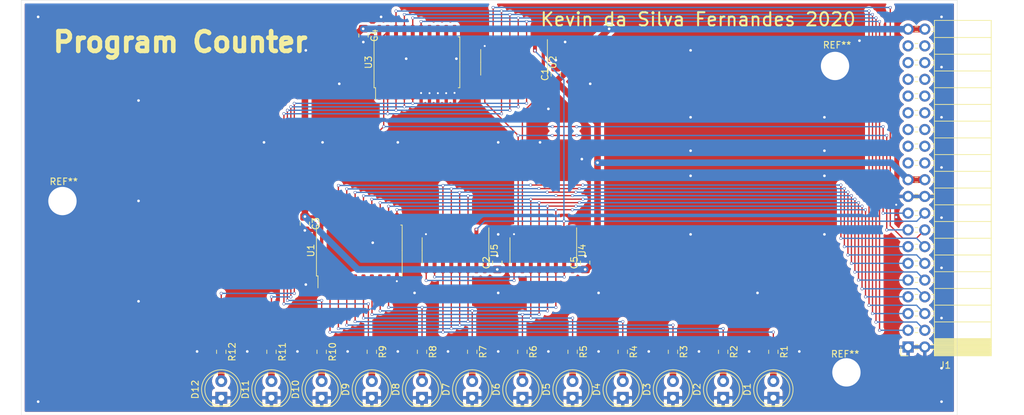
<source format=kicad_pcb>
(kicad_pcb (version 20201220) (generator pcbnew)
  (layers (0 "F.Cu" signal) (31 "B.Cu" signal) (34 "B.Paste" user) (35 "F.Paste" user) (36 "B.SilkS" user "B.Silkscreen") (37 "F.SilkS" user "F.Silkscreen") (38 "B.Mask" user) (39 "F.Mask" user) (44 "Edge.Cuts" user))
  (net 0 "")
  (net 1 "GND")
  (net 2 "+5V")
  (net 3 "Net-(D1-Pad2)")
  (net 4 "Net-(D2-Pad2)")
  (net 5 "Net-(D3-Pad2)")
  (net 6 "Net-(D4-Pad2)")
  (net 7 "Net-(D5-Pad2)")
  (net 8 "Net-(D6-Pad2)")
  (net 9 "Net-(D7-Pad2)")
  (net 10 "Net-(D8-Pad2)")
  (net 11 "Net-(D9-Pad2)")
  (net 12 "Net-(D10-Pad2)")
  (net 13 "Net-(D11-Pad2)")
  (net 14 "Net-(D12-Pad2)")
  (net 15 "CLK")
  (net 16 "~PO")
  (net 17 "CE")
  (net 18 "~J")
  (net 19 "/ADDR11")
  (net 20 "/ADDR10")
  (net 21 "/ADDR9")
  (net 22 "/ADDR8")
  (net 23 "/ADDR7")
  (net 24 "/ADDR6")
  (net 25 "/ADDR5")
  (net 26 "/ADDR4")
  (net 27 "/ADDR3")
  (net 28 "/ADDR2")
  (net 29 "/ADDR1")
  (net 30 "/ADDR0")
  (net 31 "/PC11")
  (net 32 "/PC10")
  (net 33 "/PC9")
  (net 34 "/PC8")
  (net 35 "/PC7")
  (net 36 "/PC6")
  (net 37 "/PC5")
  (net 38 "/PC4")
  (net 39 "/PC3")
  (net 40 "/PC2")
  (net 41 "/PC1")
  (net 42 "/PC0")
  (net 43 "Net-(U2-Pad15)")
  (net 44 "Net-(U4-Pad15)")
  (footprint "LED_THT:LED_D5.0mm" (layer "F.Cu") (at 83.685 60.375 90)
    (fp_text reference "D5")
    (fp_text value "LED")
  )
  (footprint "Resistor_SMD:R_0805_2012Metric_Pad1.15x1.40mm_HandSolder" (layer "F.Cu") (at 106.545 53.39 -90)
    (fp_text reference "R2")
    (fp_text value "R")
  )
  (footprint "Resistor_SMD:R_0805_2012Metric_Pad1.15x1.40mm_HandSolder" (layer "F.Cu") (at 76.065 53.39 -90)
    (fp_text reference "R6")
    (fp_text value "R")
  )
  (footprint "Package_SO:SOIC-20W_7.5x12.8mm_P1.27mm" (layer "F.Cu") (at 51.3 38.01 90)
    (fp_text reference "U1")
    (fp_text value "74LS245")
  )
  (footprint "Capacitor_SMD:C_0805_2012Metric_Pad1.15x1.40mm_HandSolder" (layer "F.Cu") (at 81.145 11.285 90)
    (fp_text reference "C1")
    (fp_text value "C")
  )
  (footprint "MountingHole:MountingHole_4.3mm_M4" (layer "F.Cu") (at 6.23 30.5)
    (fp_text reference "REF**")
    (fp_text value "MountingHole_4.3mm_M4")
  )
  (footprint "Resistor_SMD:R_0805_2012Metric_Pad1.15x1.40mm_HandSolder" (layer "F.Cu") (at 68.445 53.39 -90)
    (fp_text reference "R7")
    (fp_text value "R")
  )
  (footprint "LED_THT:LED_D5.0mm" (layer "F.Cu") (at 45.585 60.375 90)
    (fp_text reference "D10")
    (fp_text value "LED")
  )
  (footprint "Resistor_SMD:R_0805_2012Metric_Pad1.15x1.40mm_HandSolder" (layer "F.Cu") (at 45.585 53.39 -90)
    (fp_text reference "R10")
    (fp_text value "R")
  )
  (footprint "LED_THT:LED_D5.0mm" (layer "F.Cu") (at 30.345 60.375 90)
    (fp_text reference "D12")
    (fp_text value "LED")
  )
  (footprint "MountingHole:MountingHole_4.3mm_M4" (layer "F.Cu") (at 123.53 9.99)
    (fp_text reference "REF**")
    (fp_text value "MountingHole_4.3mm_M4")
  )
  (footprint "LED_THT:LED_D5.0mm" (layer "F.Cu") (at 114.165 60.375 90)
    (fp_text reference "D1")
    (fp_text value "LED")
  )
  (footprint "LED_THT:LED_D5.0mm" (layer "F.Cu") (at 60.825 60.375 90)
    (fp_text reference "D8")
    (fp_text value "LED")
  )
  (footprint "Capacitor_SMD:C_0805_2012Metric_Pad1.15x1.40mm_HandSolder" (layer "F.Cu") (at 72.255 39.86 90)
    (fp_text reference "C2")
    (fp_text value "C")
  )
  (footprint "Capacitor_SMD:C_0805_2012Metric_Pad1.15x1.40mm_HandSolder" (layer "F.Cu") (at 85.59 39.86 90)
    (fp_text reference "C5")
    (fp_text value "C")
  )
  (footprint "LED_THT:LED_D5.0mm" (layer "F.Cu") (at 98.925 60.375 90)
    (fp_text reference "D3")
    (fp_text value "LED")
  )
  (footprint "LED_THT:LED_D5.0mm" (layer "F.Cu") (at 91.305 60.375 90)
    (fp_text reference "D4")
    (fp_text value "LED")
  )
  (footprint "LED_THT:LED_D5.0mm" (layer "F.Cu") (at 106.545 60.375 90)
    (fp_text reference "D2")
    (fp_text value "LED")
  )
  (footprint "LED_THT:LED_D5.0mm" (layer "F.Cu") (at 53.205 60.375 90)
    (fp_text reference "D9")
    (fp_text value "LED")
  )
  (footprint "Resistor_SMD:R_0805_2012Metric_Pad1.15x1.40mm_HandSolder" (layer "F.Cu") (at 30.345 53.39 -90)
    (fp_text reference "R12")
    (fp_text value "R")
  )
  (footprint "Package_SO:SOIC-20W_7.5x12.8mm_P1.27mm" (layer "F.Cu") (at 60.05 9.435 90)
    (fp_text reference "U3")
    (fp_text value "74LS245")
  )
  (footprint "Package_SO:SOIC-16_3.9x9.9mm_P1.27mm" (layer "F.Cu") (at 79.24 38.01 -90)
    (fp_text reference "U4")
    (fp_text value "74LS161")
  )
  (footprint "Resistor_SMD:R_0805_2012Metric_Pad1.15x1.40mm_HandSolder" (layer "F.Cu") (at 37.965 53.39 -90)
    (fp_text reference "R11")
    (fp_text value "R")
  )
  (footprint "Resistor_SMD:R_0805_2012Metric_Pad1.15x1.40mm_HandSolder" (layer "F.Cu") (at 91.305 53.39 -90)
    (fp_text reference "R4")
    (fp_text value "R")
  )
  (footprint "Connector_PinSocket_2.54mm:PinSocket_2x20_P2.54mm_Horizontal" (layer "F.Cu") (at 134.62 52.66 180)
    (fp_text reference "J1")
    (fp_text value "Conn_02x20_Counter_Clockwise")
  )
  (footprint "Capacitor_SMD:C_0805_2012Metric_Pad1.15x1.40mm_HandSolder" (layer "F.Cu") (at 43.045 33.93 -90)
    (fp_text reference "C3")
    (fp_text value "C")
  )
  (footprint "Package_SO:SOIC-16_3.9x9.9mm_P1.27mm" (layer "F.Cu") (at 74.795 9.435 -90)
    (fp_text reference "U2")
    (fp_text value "74LS161")
  )
  (footprint "LED_THT:LED_D5.0mm" (layer "F.Cu") (at 68.445 60.375 90)
    (fp_text reference "D7")
    (fp_text value "LED")
  )
  (footprint "LED_THT:LED_D5.0mm" (layer "F.Cu") (at 76.065 60.375 90)
    (fp_text reference "D6")
    (fp_text value "LED")
  )
  (footprint "Resistor_SMD:R_0805_2012Metric_Pad1.15x1.40mm_HandSolder" (layer "F.Cu") (at 60.825 53.39 -90)
    (fp_text reference "R8")
    (fp_text value "R")
  )
  (footprint "LED_THT:LED_D5.0mm" (layer "F.Cu") (at 37.965 60.375 90)
    (fp_text reference "D11")
    (fp_text value "LED")
  )
  (footprint "Resistor_SMD:R_0805_2012Metric_Pad1.15x1.40mm_HandSolder" (layer "F.Cu") (at 98.925 53.39 -90)
    (fp_text reference "R3")
    (fp_text value "R")
  )
  (footprint "Resistor_SMD:R_0805_2012Metric_Pad1.15x1.40mm_HandSolder" (layer "F.Cu") (at 114.165 53.39 -90)
    (fp_text reference "R1")
    (fp_text value "R")
  )
  (footprint "Resistor_SMD:R_0805_2012Metric_Pad1.15x1.40mm_HandSolder" (layer "F.Cu") (at 53.205 53.39 -90)
    (fp_text reference "R9")
    (fp_text value "R")
  )
  (footprint "Package_SO:SOIC-16_3.9x9.9mm_P1.27mm" (layer "F.Cu") (at 65.905 38.01 -90)
    (fp_text reference "U5")
    (fp_text value "74LS161")
  )
  (footprint "Resistor_SMD:R_0805_2012Metric_Pad1.15x1.40mm_HandSolder" (layer "F.Cu") (at 83.685 53.39 -90)
    (fp_text reference "R5")
    (fp_text value "R")
  )
  (footprint "Capacitor_SMD:C_0805_2012Metric_Pad1.15x1.40mm_HandSolder" (layer "F.Cu") (at 51.935 5.355 -90)
    (fp_text reference "C4")
    (fp_text value "C")
  )
  (footprint "MountingHole:MountingHole_4.3mm_M4" (layer "F.Cu") (at 125.26 56.51)
    (fp_text reference "REF**")
    (fp_text value "MountingHole_4.3mm_M4")
  )
  (gr_line (start 142.08 63) (end 0 63) (layer "Edge.Cuts") (width 0.05))
  (gr_line (start 0 0) (end 142.08 0) (layer "Edge.Cuts") (width 0.05))
  (gr_line (start 0 0) (end 0 63) (layer "Edge.Cuts") (width 0.05))
  (gr_line (start 142.08 0) (end 142.08 63) (layer "Edge.Cuts") (width 0.05))
  (gr_text "Program Counter" (at 24.13 6.35) (layer "F.SilkS") (effects (font (size 3 3) (thickness 0.7))))
  (gr_text "Kevin da Silva Fernandes 2020" (at 102.743 2.921) (layer "F.SilkS") (effects (font (size 2 2) (thickness 0.3))))
  (segment (start 132.82 31.06) (end 132.82 32.93) (width 0.5) (layer "F.Cu") (net 1))
  (segment (start 81.145 10.26) (end 81.145 9.115) (width 1) (layer "F.Cu") (net 1))
  (via (at 139.7 25.4) (size 0.8) (drill 0.4) (layers "F.Cu" "B.Cu") (net 1))
  (via (at 102.87 53.34) (size 0.8) (drill 0.4) (layers "F.Cu" "B.Cu") (net 1))
  (via (at 101.6 17.78) (size 0.8) (drill 0.4) (layers "F.Cu" "B.Cu") (net 1))
  (via (at 63.23 14.12) (size 0.45) (drill 0.3) (layers "F.Cu" "B.Cu") (net 1))
  (via (at 139.7 60.96) (size 0.8) (drill 0.4) (layers "F.Cu" "B.Cu") (net 1))
  (via (at 41.91 53.34) (size 0.8) (drill 0.4) (layers "F.Cu" "B.Cu") (net 1))
  (via (at 17.78 45.72) (size 0.8) (drill 0.4) (layers "F.Cu" "B.Cu") (net 1))
  (via (at 95.25 53.34) (size 0.8) (drill 0.4) (layers "F.Cu" "B.Cu") (net 1))
  (via (at 49.53 53.34) (size 0.8) (drill 0.4) (layers "F.Cu" "B.Cu") (net 1))
  (via (at 2.54 2.54) (size 0.8) (drill 0.4) (layers "F.Cu" "B.Cu") (net 1))
  (via (at 121.92 22.86) (size 0.8) (drill 0.4) (layers "F.Cu" "B.Cu") (net 1))
  (via (at 48.26 12.7) (size 0.8) (drill 0.4) (layers "F.Cu" "B.Cu") (net 1))
  (via (at 43.03 34.96) (size 0.8) (drill 0.4) (layers "F.Cu" "B.Cu") (net 1))
  (via (at 72.25 38.82) (size 0.8) (drill 0.4) (layers "F.Cu" "B.Cu") (net 1))
  (via (at 60.68 14.1) (size 0.45) (drill 0.3) (layers "F.Cu" "B.Cu") (net 1))
  (via (at 132.82 31.06) (size 0.45) (drill 0.3) (layers "F.Cu" "B.Cu") (net 1))
  (via (at 139.7 10.16) (size 0.8) (drill 0.4) (layers "F.Cu" "B.Cu") (net 1))
  (via (at 101.6 7.62) (size 0.8) (drill 0.4) (layers "F.Cu" "B.Cu") (net 1))
  (via (at 61.96 14.12) (size 0.45) (drill 0.3) (layers "F.Cu" "B.Cu") (net 1))
  (via (at 58.42 8.89) (size 0.8) (drill 0.4) (layers "F.Cu" "B.Cu") (net 1))
  (via (at 26.67 53.34) (size 0.8) (drill 0.4) (layers "F.Cu" "B.Cu") (net 1))
  (via (at 17.78 15.24) (size 0.8) (drill 0.4) (layers "F.Cu" "B.Cu") (net 1))
  (via (at 81.145 9.115) (size 0.8) (drill 0.4) (layers "F.Cu" "B.Cu") (net 1))
  (via (at 57.15 53.34) (size 0.8) (drill 0.4) (layers "F.Cu" "B.Cu") (net 1))
  (via (at 139.7 40.64) (size 0.8) (drill 0.4) (layers "F.Cu" "B.Cu") (net 1))
  (via (at 74.79 35.53) (size 0.45) (drill 0.3) (layers "F.Cu" "B.Cu") (net 1))
  (via (at 72.39 21.59) (size 0.8) (drill 0.4) (layers "F.Cu" "B.Cu") (net 1))
  (via (at 64.77 53.34) (size 0.8) (drill 0.4) (layers "F.Cu" "B.Cu") (net 1))
  (via (at 139.7 2.54) (size 0.8) (drill 0.4) (layers "F.Cu" "B.Cu") (net 1))
  (via (at 66.04 8.89) (size 0.8) (drill 0.4) (layers "F.Cu" "B.Cu") (net 1))
  (via (at 45.72 21.59) (size 0.8) (drill 0.4) (layers "F.Cu" "B.Cu") (net 1))
  (via (at 53.34 36.83) (size 0.8) (drill 0.4) (layers "F.Cu" "B.Cu") (net 1))
  (via (at 72.39 44.45) (size 0.8) (drill 0.4) (layers "F.Cu" "B.Cu") (net 1))
  (via (at 59.69 44.45) (size 0.8) (drill 0.4) (layers "F.Cu" "B.Cu") (net 1))
  (via (at 36.83 21.59) (size 0.8) (drill 0.4) (layers "F.Cu" "B.Cu") (net 1))
  (via (at 72.39 53.34) (size 0.8) (drill 0.4) (layers "F.Cu" "B.Cu") (net 1))
  (via (at 43.18 43.18) (size 0.8) (drill 0.4) (layers "F.Cu" "B.Cu") (net 1))
  (via (at 139.7 48.26) (size 0.8) (drill 0.4) (layers "F.Cu" "B.Cu") (net 1))
  (via (at 132.82 32.93) (size 0.45) (drill 0.3) (layers "F.Cu" "B.Cu") (net 1))
  (via (at 139.7 33.02) (size 0.8) (drill 0.4) (layers "F.Cu" "B.Cu") (net 1))
  (via (at 118.11 53.34) (size 0.8) (drill 0.4) (layers "F.Cu" "B.Cu") (net 1))
  (via (at 110.49 53.34) (size 0.8) (drill 0.4) (layers "F.Cu" "B.Cu") (net 1))
  (via (at 139.7 17.78) (size 0.8) (drill 0.4) (layers "F.Cu" "B.Cu") (net 1))
  (via (at 51.91 6.36) (size 0.8) (drill 0.4) (layers "F.Cu" "B.Cu") (net 1))
  (via (at 57.15 21.59) (size 0.8) (drill 0.4) (layers "F.Cu" "B.Cu") (net 1))
  (via (at 121.92 35.56) (size 0.8) (drill 0.4) (layers "F.Cu" "B.Cu") (net 1))
  (via (at 34.29 53.34) (size 0.8) (drill 0.4) (layers "F.Cu" "B.Cu") (net 1))
  (via (at 111.76 44.45) (size 0.8) (drill 0.4) (layers "F.Cu" "B.Cu") (net 1))
  (via (at 101.6 22.86) (size 0.8) (drill 0.4) (layers "F.Cu" "B.Cu") (net 1))
  (via (at 82.55 6.35) (size 0.8) (drill 0.4) (layers "F.Cu" "B.Cu") (net 1))
  (via (at 127.24 6.15) (size 0.8) (drill 0.4) (layers "F.Cu" "B.Cu") (net 1))
  (via (at 101.6 26.67) (size 0.8) (drill 0.4) (layers "F.Cu" "B.Cu") (net 1))
  (via (at 72.39 35.56) (size 0.8) (drill 0.4) (layers "F.Cu" "B.Cu") (net 1))
  (via (at 85.64 38.88) (size 0.8) (drill 0.4) (layers "F.Cu" "B.Cu") (net 1))
  (via (at 139.7 55.88) (size 0.8) (drill 0.4) (layers "F.Cu" "B.Cu") (net 1))
  (via (at 85.09 24.13) (size 0.8) (drill 0.4) (layers "F.Cu" "B.Cu") (net 1))
  (via (at 57 42.67) (size 0.45) (drill 0.3) (layers "F.Cu" "B.Cu") (net 1))
  (via (at 2.54 60.96) (size 0.8) (drill 0.4) (layers "F.Cu" "B.Cu") (net 1))
  (via (at 87.63 53.34) (size 0.8) (drill 0.4) (layers "F.Cu" "B.Cu") (net 1))
  (via (at 80.01 16.51) (size 0.8) (drill 0.4) (layers "F.Cu" "B.Cu") (net 1))
  (via (at 54.61 2.54) (size 0.8) (drill 0.4) (layers "F.Cu" "B.Cu") (net 1))
  (via (at 17.78 30.48) (size 0.8) (drill 0.4) (layers "F.Cu" "B.Cu") (net 1))
  (via (at 61.42 35.53) (size 0.45) (drill 0.3) (layers "F.Cu" "B.Cu") (net 1))
  (via (at 80.01 53.34) (size 0.8) (drill 0.4) (layers "F.Cu" "B.Cu") (net 1))
  (via (at 87.63 44.45) (size 0.8) (drill 0.4) (layers "F.Cu" "B.Cu") (net 1))
  (via (at 43.18 7.62) (size 0.8) (drill 0.4) (layers "F.Cu" "B.Cu") (net 1))
  (via (at 101.6 35.56) (size 0.8) (drill 0.4) (layers "F.Cu" "B.Cu") (net 1))
  (via (at 121.92 26.67) (size 0.8) (drill 0.4) (layers "F.Cu" "B.Cu") (net 1))
  (via (at 78.74 21.59) (size 0.8) (drill 0.4) (layers "F.Cu" "B.Cu") (net 1))
  (via (at 65.76 14.08) (size 0.45) (drill 0.3) (layers "F.Cu" "B.Cu") (net 1))
  (via (at 70.34 6.96) (size 0.45) (drill 0.3) (layers "F.Cu" "B.Cu") (net 1))
  (via (at 64.49 14.12) (size 0.45) (drill 0.3) (layers "F.Cu" "B.Cu") (net 1))
  (via (at 86.36 12.7) (size 0.8) (drill 0.4) (layers "F.Cu" "B.Cu") (net 1))
  (via (at 121.92 17.78) (size 0.8) (drill 0.4) (layers "F.Cu" "B.Cu") (net 1))
  (segment (start 137.16 27.26) (end 134.62 27.26) (width 1) (layer "F.Cu") (net 2))
  (segment (start 45.13 32.905) (end 45.585 33.36) (width 0.5) (layer "F.Cu") (net 2))
  (segment (start 79.24 11.91) (end 79.24 6.96) (width 0.5) (layer "F.Cu") (net 2))
  (segment (start 81.145 12.31) (end 87.47 18.635) (width 1) (layer "F.Cu") (net 2))
  (segment (start 85.59 40.885) (end 84.085 40.885) (width 0.5) (layer "F.Cu") (net 2))
  (segment (start 70.75 40.885) (end 70.35 40.485) (width 0.5) (layer "F.Cu") (net 2))
  (segment (start 70.35 35.535) (end 70.35 40.485) (width 0.5) (layer "F.Cu") (net 2))
  (segment (start 81.145 12.31) (end 81.27 12.31) (width 1) (layer "F.Cu") (net 2))
  (segment (start 51.935 4.33) (end 51.75 4.33) (width 1) (layer "F.Cu") (net 2))
  (segment (start 43.045 32.855) (end 43.045 32.905) (width 1) (layer "F.Cu") (net 2))
  (segment (start 43.045 13.035) (end 43.045 32.855) (width 1) (layer "F.Cu") (net 2))
  (segment (start 87.47 39.17) (end 85.755 40.885) (width 1) (layer "F.Cu") (net 2))
  (segment (start 72.255 40.885) (end 70.75 40.885) (width 0.5) (layer "F.Cu") (net 2))
  (segment (start 79.64 12.31) (end 79.24 11.91) (width 0.5) (layer "F.Cu") (net 2))
  (segment (start 53.88 4.33) (end 54.335 4.785) (width 0.5) (layer "F.Cu") (net 2))
  (segment (start 83.685 35.535) (end 83.685 40.485) (width 0.5) (layer "F.Cu") (net 2))
  (segment (start 43.045 32.905) (end 45.13 32.905) (width 0.5) (layer "F.Cu") (net 2))
  (segment (start 85.755 40.885) (end 85.59 40.885) (width 1) (layer "F.Cu") (net 2))
  (segment (start 81.27 12.31) (end 89.23 4.35) (width 1) (layer "F.Cu") (net 2))
  (segment (start 87.47 18.635) (end 87.47 24.67) (width 1) (layer "F.Cu") (net 2))
  (segment (start 87.47 24.67) (end 87.47 39.17) (width 1) (layer "F.Cu") (net 2))
  (segment (start 81.145 12.31) (end 79.64 12.31) (width 0.5) (layer "F.Cu") (net 2))
  (segment (start 51.935 4.33) (end 53.88 4.33) (width 0.5) (layer "F.Cu") (net 2))
  (segment (start 84.085 40.885) (end 83.685 40.485) (width 0.5) (layer "F.Cu") (net 2))
  (segment (start 54.335 4.785) (end 54.335 14.085) (width 0.5) (layer "F.Cu") (net 2))
  (segment (start 137.16 4.4) (end 134.62 4.4) (width 1) (layer "F.Cu") (net 2))
  (segment (start 51.75 4.33) (end 43.045 13.035) (width 1) (layer "F.Cu") (net 2))
  (segment (start 45.585 33.36) (end 45.585 42.66) (width 0.5) (layer "F.Cu") (net 2))
  (via (at 89.23 4.35) (size 0.8) (drill 0.4) (layers "F.Cu" "B.Cu") (net 2))
  (via (at 43.045 32.855) (size 0.8) (drill 0.4) (layers "F.Cu" "B.Cu") (net 2))
  (via (at 72.245 40.885) (size 0.8) (drill 0.4) (layers "F.Cu" "B.Cu") (net 2))
  (via (at 51.88 4.35) (size 0.8) (drill 0.4) (layers "F.Cu" "B.Cu") (net 2))
  (via (at 85.59 40.885) (size 0.8) (drill 0.4) (layers "F.Cu" "B.Cu") (net 2))
  (via (at 87.47 24.67) (size 0.8) (drill 0.4) (layers "F.Cu" "B.Cu") (net 2))
  (segment (start 89.23 4.35) (end 51.88 4.35) (width 1) (layer "B.Cu") (net 2))
  (segment (start 51.075 40.885) (end 43.07 32.88) (width 1) (layer "B.Cu") (net 2))
  (segment (start 72.245 40.885) (end 51.075 40.885) (width 1) (layer "B.Cu") (net 2))
  (segment (start 85.59 40.885) (end 72.245 40.885) (width 1) (layer "B.Cu") (net 2))
  (segment (start 89.28 4.4) (end 89.23 4.35) (width 1) (layer "B.Cu") (net 2))
  (segment (start 132.04 24.68) (end 87.47 24.68) (width 1) (layer "B.Cu") (net 2))
  (segment (start 134.62 4.4) (end 89.28 4.4) (width 1) (layer "B.Cu") (net 2))
  (segment (start 134.62 27.26) (end 132.04 24.68) (width 1) (layer "B.Cu") (net 2))
  (segment (start 114.165 54.415) (end 114.165 57.835) (width 1) (layer "F.Cu") (net 3))
  (segment (start 106.545 54.415) (end 106.545 57.835) (width 1) (layer "F.Cu") (net 4))
  (segment (start 98.925 54.415) (end 98.925 57.835) (width 1) (layer "F.Cu") (net 5))
  (segment (start 91.305 54.415) (end 91.305 57.835) (width 1) (layer "F.Cu") (net 6))
  (segment (start 83.685 54.415) (end 83.685 57.835) (width 1) (layer "F.Cu") (net 7))
  (segment (start 76.065 54.415) (end 76.065 57.835) (width 1) (layer "F.Cu") (net 8))
  (segment (start 68.445 54.415) (end 68.445 57.835) (width 1) (layer "F.Cu") (net 9))
  (segment (start 60.825 54.415) (end 60.825 57.835) (width 1) (layer "F.Cu") (net 10))
  (segment (start 53.205 54.415) (end 53.205 57.835) (width 1) (layer "F.Cu") (net 11))
  (segment (start 45.585 54.415) (end 45.585 57.835) (width 1) (layer "F.Cu") (net 12))
  (segment (start 37.965 54.415) (end 37.965 57.835) (width 1) (layer "F.Cu") (net 13))
  (segment (start 30.345 54.415) (end 30.345 57.835) (width 1) (layer "F.Cu") (net 14))
  (segment (start 82.37 33.56) (end 82.37 35.49) (width 0.2) (layer "F.Cu") (net 15))
  (segment (start 82.37 35.49) (end 82.415 35.535) (width 0.2) (layer "F.Cu") (net 15))
  (via (at 69.08 34.81) (size 0.45) (drill 0.3) (layers "F.Cu" "B.Cu") (net 15))
  (via (at 82.37 33.56) (size 0.45) (drill 0.3) (layers "F.Cu" "B.Cu") (net 15))
  (via (at 77.96 7.65) (size 0.45) (drill 0.3) (layers "F.Cu" "B.Cu") (net 15))
  (segment (start 77.96 7.65) (end 77.96 7.7) (width 0.2) (layer "B.Cu") (net 15))
  (segment (start 135.94 33.56) (end 137.16 32.34) (width 0.2) (layer "B.Cu") (net 15))
  (segment (start 82.37 12.11) (end 82.37 33.56) (width 0.2) (layer "B.Cu") (net 15))
  (segment (start 82.37 33.56) (end 135.94 33.56) (width 0.2) (layer "B.Cu") (net 15))
  (segment (start 69.08 34.81) (end 70.33 33.56) (width 0.2) (layer "B.Cu") (net 15))
  (segment (start 70.33 33.56) (end 82.37 33.56) (width 0.2) (layer "B.Cu") (net 15))
  (segment (start 77.96 7.7) (end 82.37 12.11) (width 0.2) (layer "B.Cu") (net 15))
  (segment (start 130.83 32.34) (end 130.83 19.21) (width 0.2) (layer "F.Cu") (net 16))
  (segment (start 55.605 4.785) (end 55.00499 5.38501) (width 0.2) (layer "F.Cu") (net 16))
  (segment (start 80.62499 19.19501) (end 84.22501 19.19501) (width 0.2) (layer "F.Cu") (net 16))
  (segment (start 55.00499 5.38501) (end 55.00499 19.19501) (width 0.2) (layer "F.Cu") (net 16))
  (segment (start 55.00499 19.19501) (end 46.855 27.345) (width 0.2) (layer "F.Cu") (net 16))
  (segment (start 46.855 27.345) (end 46.855 33.36) (width 0.2) (layer "F.Cu") (net 16))
  (via (at 130.83 32.34) (size 0.45) (drill 0.3) (layers "F.Cu" "B.Cu") (net 16))
  (via (at 84.29 19.21) (size 0.45) (drill 0.3) (layers "F.Cu" "B.Cu") (net 16))
  (via (at 130.83 19.21) (size 0.45) (drill 0.3) (layers "F.Cu" "B.Cu") (net 16))
  (via (at 80.62499 19.19501) (size 0.45) (drill 0.3) (layers "F.Cu" "B.Cu") (net 16))
  (via (at 55.00499 19.19501) (size 0.45) (drill 0.3) (layers "F.Cu" "B.Cu") (net 16))
  (segment (start 55.00499 19.19501) (end 80.62499 19.19501) (width 0.2) (layer "B.Cu") (net 16))
  (segment (start 80.62499 19.19501) (end 80.66501 19.19501) (width 0.2) (layer "B.Cu") (net 16))
  (segment (start 134.62 32.34) (end 130.83 32.34) (width 0.2) (layer "B.Cu") (net 16))
  (segment (start 84.29 19.21) (end 130.83 19.21) (width 0.2) (layer "B.Cu") (net 16))
  (segment (start 133.82 36.14) (end 131.92 34.24) (width 0.2) (layer "F.Cu") (net 17))
  (segment (start 71.62 6.96) (end 71.62 1.11) (width 0.2) (layer "F.Cu") (net 17))
  (segment (start 131.92 34.24) (end 131.92 1.11) (width 0.2) (layer "F.Cu") (net 17))
  (segment (start 135.9 36.14) (end 133.82 36.14) (width 0.2) (layer "F.Cu") (net 17))
  (segment (start 137.16 34.88) (end 135.9 36.14) (width 0.2) (layer "F.Cu") (net 17))
  (segment (start 71.62 6.96) (end 71.62 11.91) (width 0.2) (layer "F.Cu") (net 17))
  (via (at 71.62 1.11) (size 0.45) (drill 0.3) (layers "F.Cu" "B.Cu") (net 17))
  (via (at 131.92 1.11) (size 0.45) (drill 0.3) (layers "F.Cu" "B.Cu") (net 17))
  (segment (start 71.62 1.11) (end 131.92 1.11) (width 0.2) (layer "B.Cu") (net 17))
  (segment (start 70.35 15.472008) (end 70.35 11.91) (width 0.2) (layer "F.Cu") (net 18))
  (segment (start 74.795 40.485) (end 74.795 39.845) (width 0.2) (layer "F.Cu") (net 18))
  (segment (start 75.42 20.542008) (end 70.35 15.472008) (width 0.2) (layer "F.Cu") (net 18))
  (segment (start 131.38 34.88) (end 131.38 20.54) (width 0.2) (layer "F.Cu") (net 18))
  (segment (start 61.46 40.485) (end 61.46 42.56) (width 0.2) (layer "F.Cu") (net 18))
  (segment (start 74.795 40.485) (end 74.795 42.565) (width 0.2) (layer "F.Cu") (net 18))
  (segment (start 75.42 39.22) (end 75.42 20.542008) (width 0.2) (layer "F.Cu") (net 18))
  (segment (start 74.795 39.845) (end 75.42 39.22) (width 0.2) (layer "F.Cu") (net 18))
  (segment (start 80.592008 20.542008) (end 84.312008 20.542008) (width 0.2) (layer "F.Cu") (net 18))
  (via (at 61.46 42.56) (size 0.45) (drill 0.3) (layers "F.Cu" "B.Cu") (net 18))
  (via (at 75.42 20.542008) (size 0.45) (drill 0.3) (layers "F.Cu" "B.Cu") (net 18))
  (via (at 74.795 42.565) (size 0.45) (drill 0.3) (layers "F.Cu" "B.Cu") (net 18))
  (via (at 84.312008 20.542008) (size 0.45) (drill 0.3) (layers "F.Cu" "B.Cu") (net 18))
  (via (at 131.38 20.54) (size 0.45) (drill 0.3) (layers "F.Cu" "B.Cu") (net 18))
  (via (at 80.592008 20.542008) (size 0.45) (drill 0.3) (layers "F.Cu" "B.Cu") (net 18))
  (via (at 131.38 34.88) (size 0.45) (drill 0.3) (layers "F.Cu" "B.Cu") (net 18))
  (segment (start 75.42 20.542008) (end 80.592008 20.542008) (width 0.2) (layer "B.Cu") (net 18))
  (segment (start 74.79 42.56) (end 74.795 42.565) (width 0.2) (layer "B.Cu") (net 18))
  (segment (start 84.312008 20.542008) (end 131.377992 20.542008) (width 0.2) (layer "B.Cu") (net 18))
  (segment (start 61.46 42.56) (end 74.79 42.56) (width 0.2) (layer "B.Cu") (net 18))
  (segment (start 134.62 34.88) (end 131.38 34.88) (width 0.2) (layer "B.Cu") (net 18))
  (segment (start 131.377992 20.542008) (end 131.38 20.54) (width 0.2) (layer "B.Cu") (net 18))
  (segment (start 48.125 33.36) (end 48.125 28.145) (width 0.2) (layer "F.Cu") (net 19))
  (segment (start 77.3 28.07) (end 85.24 28.07) (width 0.2) (layer "F.Cu") (net 19))
  (segment (start 64 28.14) (end 64.005007 28.134993) (width 0.2) (layer "F.Cu") (net 19))
  (segment (start 64 35.535) (end 64 28.14) (width 0.2) (layer "F.Cu") (net 19))
  (segment (start 48.125 28.145) (end 48.135007 28.134993) (width 0.2) (layer "F.Cu") (net 19))
  (segment (start 124.42 36.16) (end 124.42 28.07) (width 0.2) (layer "F.Cu") (net 19))
  (via (at 124.42 36.16) (size 0.45) (drill 0.3) (layers "F.Cu" "B.Cu") (net 19))
  (via (at 64.005007 28.134993) (size 0.45) (drill 0.3) (layers "F.Cu" "B.Cu") (net 19))
  (via (at 85.24 28.07) (size 0.45) (drill 0.3) (layers "F.Cu" "B.Cu") (net 19))
  (via (at 124.42 28.07) (size 0.45) (drill 0.3) (layers "F.Cu" "B.Cu") (net 19))
  (via (at 77.3 28.07) (size 0.45) (drill 0.3) (layers "F.Cu" "B.Cu") (net 19))
  (via (at 48.135007 28.134993) (size 0.45) (drill 0.3) (layers "F.Cu" "B.Cu") (net 19))
  (segment (start 52.325007 28.134993) (end 48.135007 28.134993) (width 0.2) (layer "B.Cu") (net 19))
  (segment (start 137.16 37.42) (end 137.16 37.4) (width 0.2) (layer "B.Cu") (net 19))
  (segment (start 64.005007 28.134993) (end 64.07 28.07) (width 0.2) (layer "B.Cu") (net 19))
  (segment (start 135.92 36.16) (end 124.42 36.16) (width 0.2) (layer "B.Cu") (net 19))
  (segment (start 137.16 37.4) (end 135.92 36.16) (width 0.2) (layer "B.Cu") (net 19))
  (segment (start 85.24 28.07) (end 124.42 28.07) (width 0.2) (layer "B.Cu") (net 19))
  (segment (start 52.325007 28.134993) (end 64.005007 28.134993) (width 0.2) (layer "B.Cu") (net 19))
  (segment (start 64.07 28.07) (end 77.3 28.07) (width 0.2) (layer "B.Cu") (net 19))
  (segment (start 49.395 28.664988) (end 49.390006 28.659994) (width 0.2) (layer "F.Cu") (net 20))
  (segment (start 78.58 28.61) (end 84.71 28.61) (width 0.2) (layer "F.Cu") (net 20))
  (segment (start 49.395 33.36) (end 49.395 28.664988) (width 0.2) (layer "F.Cu") (net 20))
  (segment (start 65.27 28.66) (end 65.270006 28.659994) (width 0.2) (layer "F.Cu") (net 20))
  (segment (start 124.95 37.42) (end 124.95 28.61) (width 0.2) (layer "F.Cu") (net 20))
  (segment (start 65.27 35.535) (end 65.27 28.66) (width 0.2) (layer "F.Cu") (net 20))
  (via (at 124.95 37.42) (size 0.45) (drill 0.3) (layers "F.Cu" "B.Cu") (net 20))
  (via (at 124.95 28.61) (size 0.45) (drill 0.3) (layers "F.Cu" "B.Cu") (net 20))
  (via (at 49.390006 28.659994) (size 0.45) (drill 0.3) (layers "F.Cu" "B.Cu") (net 20))
  (via (at 65.270006 28.659994) (size 0.45) (drill 0.3) (layers "F.Cu" "B.Cu") (net 20))
  (via (at 78.58 28.61) (size 0.45) (drill 0.3) (layers "F.Cu" "B.Cu") (net 20))
  (via (at 84.71 28.61) (size 0.45) (drill 0.3) (layers "F.Cu" "B.Cu") (net 20))
  (segment (start 65.270006 28.659994) (end 65.32 28.61) (width 0.2) (layer "B.Cu") (net 20))
  (segment (start 53.070006 28.659994) (end 65.270006 28.659994) (width 0.2) (layer "B.Cu") (net 20))
  (segment (start 124.95 28.61) (end 84.71 28.61) (width 0.2) (layer "B.Cu") (net 20))
  (segment (start 65.32 28.61) (end 78.58 28.61) (width 0.2) (layer "B.Cu") (net 20))
  (segment (start 53.070006 28.659994) (end 49.390006 28.659994) (width 0.2) (layer "B.Cu") (net 20))
  (segment (start 134.62 37.42) (end 124.95 37.42) (width 0.2) (layer "B.Cu") (net 20))
  (segment (start 125.49 38.68) (end 125.49 29.14) (width 0.2) (layer "F.Cu") (net 21))
  (segment (start 50.665 33.36) (end 50.665 29.185) (width 0.2) (layer "F.Cu") (net 21))
  (segment (start 66.54 35.535) (end 66.54 29.19999) (width 0.2) (layer "F.Cu") (net 21))
  (segment (start 79.82 29.15) (end 84.18 29.15) (width 0.2) (layer "F.Cu") (net 21))
  (segment (start 50.665 29.185) (end 50.665005 29.184995) (width 0.2) (layer "F.Cu") (net 21))
  (segment (start 66.54 29.19999) (end 66.525005 29.184995) (width 0.2) (layer "F.Cu") (net 21))
  (via (at 125.49 29.14) (size 0.45) (drill 0.3) (layers "F.Cu" "B.Cu") (net 21))
  (via (at 84.18 29.15) (size 0.45) (drill 0.3) (layers "F.Cu" "B.Cu") (net 21))
  (via (at 125.49 38.68) (size 0.45) (drill 0.3) (layers "F.Cu" "B.Cu") (net 21))
  (via (at 79.82 29.15) (size 0.45) (drill 0.3) (layers "F.Cu" "B.Cu") (net 21))
  (via (at 50.665005 29.184995) (size 0.45) (drill 0.3) (layers "F.Cu" "B.Cu") (net 21))
  (via (at 66.525005 29.184995) (size 0.45) (drill 0.3) (layers "F.Cu" "B.Cu") (net 21))
  (segment (start 84.18 29.15) (end 125.48 29.15) (width 0.2) (layer "B.Cu") (net 21))
  (segment (start 135.91 38.68) (end 125.49 38.68) (width 0.2) (layer "B.Cu") (net 21))
  (segment (start 66.525005 29.184995) (end 66.56 29.15) (width 0.2) (layer "B.Cu") (net 21))
  (segment (start 53.815005 29.184995) (end 50.665005 29.184995) (width 0.2) (layer "B.Cu") (net 21))
  (segment (start 137.16 39.96) (end 137.16 39.93) (width 0.2) (layer "B.Cu") (net 21))
  (segment (start 66.56 29.15) (end 79.82 29.15) (width 0.2) (layer "B.Cu") (net 21))
  (segment (start 53.815005 29.184995) (end 66.525005 29.184995) (width 0.2) (layer "B.Cu") (net 21))
  (segment (start 137.16 39.93) (end 135.91 38.68) (width 0.2) (layer "B.Cu") (net 21))
  (segment (start 125.48 29.15) (end 125.49 29.14) (width 0.2) (layer "B.Cu") (net 21))
  (segment (start 67.81 35.535) (end 67.81 29.71) (width 0.2) (layer "F.Cu") (net 22))
  (segment (start 81.16 29.68) (end 83.65 29.68) (width 0.2) (layer "F.Cu") (net 22))
  (segment (start 67.81 29.71) (end 67.810004 29.709996) (width 0.2) (layer "F.Cu") (net 22))
  (segment (start 51.935 33.36) (end 51.935 29.715) (width 0.2) (layer "F.Cu") (net 22))
  (segment (start 51.935 29.715) (end 51.940004 29.709996) (width 0.2) (layer "F.Cu") (net 22))
  (segment (start 126.02 39.96) (end 126.02 29.68) (width 0.2) (layer "F.Cu") (net 22))
  (via (at 126.02 39.96) (size 0.45) (drill 0.3) (layers "F.Cu" "B.Cu") (net 22))
  (via (at 83.65 29.68) (size 0.45) (drill 0.3) (layers "F.Cu" "B.Cu") (net 22))
  (via (at 126.02 29.68) (size 0.45) (drill 0.3) (layers "F.Cu" "B.Cu") (net 22))
  (via (at 51.940004 29.709996) (size 0.45) (drill 0.3) (layers "F.Cu" "B.Cu") (net 22))
  (via (at 81.16 29.68) (size 0.45) (drill 0.3) (layers "F.Cu" "B.Cu") (net 22))
  (via (at 67.810004 29.709996) (size 0.45) (drill 0.3) (layers "F.Cu" "B.Cu") (net 22))
  (segment (start 134.62 39.96) (end 126.02 39.96) (width 0.2) (layer "B.Cu") (net 22))
  (segment (start 54.560004 29.709996) (end 51.940004 29.709996) (width 0.2) (layer "B.Cu") (net 22))
  (segment (start 126.02 29.68) (end 83.65 29.68) (width 0.2) (layer "B.Cu") (net 22))
  (segment (start 54.560004 29.709996) (end 67.810004 29.709996) (width 0.2) (layer "B.Cu") (net 22))
  (segment (start 67.810004 29.709996) (end 67.84 29.68) (width 0.2) (layer "B.Cu") (net 22))
  (segment (start 67.84 29.68) (end 81.16 29.68) (width 0.2) (layer "B.Cu") (net 22))
  (segment (start 53.205 33.36) (end 53.205 30.244994) (width 0.2) (layer "F.Cu") (net 23))
  (segment (start 77.335 30.225) (end 77.35 30.21) (width 0.2) (layer "F.Cu") (net 23))
  (segment (start 126.55 41.27) (end 126.55 30.22) (width 0.2) (layer "F.Cu") (net 23))
  (segment (start 77.345001 30.214999) (end 85.255001 30.214999) (width 0.2) (layer "F.Cu") (net 23))
  (segment (start 77.335 35.535) (end 77.335 30.225) (width 0.2) (layer "F.Cu") (net 23))
  (segment (start 77.335 30.225) (end 77.345001 30.214999) (width 0.2) (layer "F.Cu") (net 23))
  (segment (start 53.205 30.244994) (end 53.195003 30.234997) (width 0.2) (layer "F.Cu") (net 23))
  (via (at 77.335 30.225) (size 0.45) (drill 0.3) (layers "F.Cu" "B.Cu") (net 23))
  (via (at 126.55 30.22) (size 0.45) (drill 0.3) (layers "F.Cu" "B.Cu") (net 23))
  (via (at 85.255001 30.214999) (size 0.45) (drill 0.3) (layers "F.Cu" "B.Cu") (net 23))
  (via (at 53.195003 30.234997) (size 0.45) (drill 0.3) (layers "F.Cu" "B.Cu") (net 23))
  (via (at 126.55 41.27) (size 0.45) (drill 0.3) (layers "F.Cu" "B.Cu") (net 23))
  (segment (start 126.544999 30.214999) (end 126.55 30.22) (width 0.2) (layer "B.Cu") (net 23))
  (segment (start 135.94 41.27) (end 126.55 41.27) (width 0.2) (layer "B.Cu") (net 23))
  (segment (start 137.16 42.49) (end 135.94 41.27) (width 0.2) (layer "B.Cu") (net 23))
  (segment (start 55.305003 30.234997) (end 77.325003 30.234997) (width 0.2) (layer "B.Cu") (net 23))
  (segment (start 77.325003 30.234997) (end 77.335 30.225) (width 0.2) (layer "B.Cu") (net 23))
  (segment (start 137.16 42.5) (end 137.16 42.49) (width 0.2) (layer "B.Cu") (net 23))
  (segment (start 55.305003 30.234997) (end 53.195003 30.234997) (width 0.2) (layer "B.Cu") (net 23))
  (segment (start 85.255001 30.214999) (end 126.544999 30.214999) (width 0.2) (layer "B.Cu") (net 23))
  (segment (start 127.09 42.5) (end 127.09 30.75) (width 0.2) (layer "F.Cu") (net 24))
  (segment (start 78.6 30.74) (end 84.73 30.74) (width 0.2) (layer "F.Cu") (net 24))
  (segment (start 54.475 33.36) (end 54.475 30.764996) (width 0.2) (layer "F.Cu") (net 24))
  (segment (start 78.605 35.535) (end 78.605 30.765) (width 0.2) (layer "F.Cu") (net 24))
  (segment (start 54.475 30.764996) (end 54.470002 30.759998) (width 0.2) (layer "F.Cu") (net 24))
  (segment (start 78.605 30.765) (end 78.6 30.76) (width 0.2) (layer "F.Cu") (net 24))
  (via (at 84.73 30.74) (size 0.45) (drill 0.3) (layers "F.Cu" "B.Cu") (net 24))
  (via (at 127.09 42.5) (size 0.45) (drill 0.3) (layers "F.Cu" "B.Cu") (net 24))
  (via (at 54.470002 30.759998) (size 0.45) (drill 0.3) (layers "F.Cu" "B.Cu") (net 24))
  (via (at 78.6 30.75) (size 0.45) (drill 0.3) (layers "F.Cu" "B.Cu") (net 24))
  (via (at 127.09 30.75) (size 0.45) (drill 0.3) (layers "F.Cu" "B.Cu") (net 24))
  (segment (start 84.74 30.75) (end 84.73 30.74) (width 0.2) (layer "B.Cu") (net 24))
  (segment (start 127.09 30.75) (end 84.74 30.75) (width 0.2) (layer "B.Cu") (net 24))
  (segment (start 56.050002 30.759998) (end 78.590002 30.759998) (width 0.2) (layer "B.Cu") (net 24))
  (segment (start 134.62 42.5) (end 127.09 42.5) (width 0.2) (layer "B.Cu") (net 24))
  (segment (start 56.050002 30.759998) (end 54.470002 30.759998) (width 0.2) (layer "B.Cu") (net 24))
  (segment (start 127.63 43.82) (end 127.63 31.26) (width 0.2) (layer "F.Cu") (net 25))
  (segment (start 55.745001 32.334999) (end 55.745001 31.284999) (width 0.2) (layer "F.Cu") (net 25))
  (segment (start 79.875 35.535) (end 79.875001 34.559999) (width 0.2) (layer "F.Cu") (net 25))
  (segment (start 79.875001 31.27) (end 84.19 31.27) (width 0.2) (layer "F.Cu") (net 25))
  (segment (start 79.875001 34.559999) (end 79.875001 31.284999) (width 0.2) (layer "F.Cu") (net 25))
  (segment (start 55.745 33.36) (end 55.745001 32.334999) (width 0.2) (layer "F.Cu") (net 25))
  (via (at 127.63 43.82) (size 0.45) (drill 0.3) (layers "F.Cu" "B.Cu") (net 25))
  (via (at 127.63 31.28) (size 0.45) (drill 0.3) (layers "F.Cu" "B.Cu") (net 25))
  (via (at 79.875001 31.27) (size 0.45) (drill 0.3) (layers "F.Cu" "B.Cu") (net 25))
  (via (at 55.745001 31.284999) (size 0.45) (drill 0.3) (layers "F.Cu" "B.Cu") (net 25))
  (via (at 84.19 31.27) (size 0.45) (drill 0.3) (layers "F.Cu" "B.Cu") (net 25))
  (segment (start 55.745001 31.284999) (end 55.755002 31.295) (width 0.2) (layer "B.Cu") (net 25))
  (segment (start 137.16 45.04) (end 137.16 45.02) (width 0.2) (layer "B.Cu") (net 25))
  (segment (start 135.96 43.82) (end 127.63 43.82) (width 0.2) (layer "B.Cu") (net 25))
  (segment (start 84.19 31.27) (end 84.2 31.28) (width 0.2) (layer "B.Cu") (net 25))
  (segment (start 84.2 31.28) (end 127.63 31.28) (width 0.2) (layer "B.Cu") (net 25))
  (segment (start 55.755002 31.295) (end 79.865 31.295) (width 0.2) (layer "B.Cu") (net 25))
  (segment (start 127.605001 31.284999) (end 127.63 31.26) (width 0.2) (layer "B.Cu") (net 25))
  (segment (start 79.865 31.295) (end 79.875001 31.284999) (width 0.2) (layer "B.Cu") (net 25))
  (segment (start 137.16 45.02) (end 135.96 43.82) (width 0.2) (layer "B.Cu") (net 25))
  (segment (start 81.14 31.81) (end 83.66 31.81) (width 0.2) (layer "F.Cu") (net 26))
  (segment (start 128.16 45.04) (end 128.16 31.83) (width 0.2) (layer "F.Cu") (net 26))
  (segment (start 57.015 31.815) (end 57.01 31.81) (width 0.2) (layer "F.Cu") (net 26))
  (segment (start 81.145 31.815) (end 81.14 31.81) (width 0.2) (layer "F.Cu") (net 26))
  (segment (start 57.015 33.36) (end 57.015 31.815) (width 0.2) (layer "F.Cu") (net 26))
  (segment (start 81.145 35.535) (end 81.145 31.815) (width 0.2) (layer "F.Cu") (net 26))
  (via (at 57.01 31.82) (size 0.45) (drill 0.3) (layers "F.Cu" "B.Cu") (net 26))
  (via (at 128.16 45.04) (size 0.45) (drill 0.3) (layers "F.Cu" "B.Cu") (net 26))
  (via (at 128.16 31.83) (size 0.45) (drill 0.3) (layers "F.Cu" "B.Cu") (net 26))
  (via (at 83.65 31.83) (size 0.45) (drill 0.3) (layers "F.Cu" "B.Cu") (net 26))
  (via (at 81.14 31.83) (size 0.45) (drill 0.3) (layers "F.Cu" "B.Cu") (net 26))
  (segment (start 81.13 31.82) (end 81.14 31.81) (width 0.2) (layer "B.Cu") (net 26))
  (segment (start 128.14 31.81) (end 128.16 31.83) (width 0.2) (layer "B.Cu") (net 26))
  (segment (start 57.01 31.81) (end 57.02 31.82) (width 0.2) (layer "B.Cu") (net 26))
  (segment (start 57.02 31.82) (end 81.13 31.82) (width 0.2) (layer "B.Cu") (net 26))
  (segment (start 83.66 31.81) (end 128.14 31.81) (width 0.2) (layer "B.Cu") (net 26))
  (segment (start 134.62 45.04) (end 128.16 45.04) (width 0.2) (layer "B.Cu") (net 26))
  (segment (start 128.69 46.32) (end 128.69 1.64) (width 0.2) (layer "F.Cu") (net 27))
  (segment (start 56.875 4.785) (end 56.875 1.655) (width 0.2) (layer "F.Cu") (net 27))
  (segment (start 56.875 1.655) (end 56.877503 1.652497) (width 0.2) (layer "F.Cu") (net 27))
  (segment (start 72.89 6.96) (end 72.89 1.65) (width 0.2) (layer "F.Cu") (net 27))
  (via (at 128.69 46.32) (size 0.45) (drill 0.3) (layers "F.Cu" "B.Cu") (net 27))
  (via (at 72.89 1.65) (size 0.45) (drill 0.3) (layers "F.Cu" "B.Cu") (net 27))
  (via (at 128.69 1.64) (size 0.45) (drill 0.3) (layers "F.Cu" "B.Cu") (net 27))
  (via (at 56.877503 1.652497) (size 0.45) (drill 0.3) (layers "F.Cu" "B.Cu") (net 27))
  (segment (start 137.16 47.58) (end 136 46.42) (width 0.2) (layer "B.Cu") (net 27))
  (segment (start 58.982503 1.652497) (end 56.877503 1.652497) (width 0.2) (layer "B.Cu") (net 27))
  (segment (start 72.887503 1.652497) (end 72.89 1.65) (width 0.2) (layer "B.Cu") (net 27))
  (segment (start 128.68 1.65) (end 128.69 1.64) (width 0.2) (layer "B.Cu") (net 27))
  (segment (start 58.982503 1.652497) (end 72.887503 1.652497) (width 0.2) (layer "B.Cu") (net 27))
  (segment (start 72.89 1.65) (end 128.68 1.65) (width 0.2) (layer "B.Cu") (net 27))
  (segment (start 136 46.42) (end 135.9 46.32) (width 0.2) (layer "B.Cu") (net 27))
  (segment (start 135.9 46.32) (end 128.69 46.32) (width 0.2) (layer "B.Cu") (net 27))
  (segment (start 74.16 6.96) (end 74.16 2.18) (width 0.2) (layer "F.Cu") (net 28))
  (segment (start 74.16 2.18) (end 74.162502 2.177498) (width 0.2) (layer "F.Cu") (net 28))
  (segment (start 129.22 2.18) (end 129.222502 2.177498) (width 0.2) (layer "F.Cu") (net 28))
  (segment (start 58.145 4.785) (end 58.145 2.179996) (width 0.2) (layer "F.Cu") (net 28))
  (segment (start 129.22 47.58) (end 129.22 2.18) (width 0.2) (layer "F.Cu") (net 28))
  (segment (start 58.145 2.179996) (end 58.142502 2.177498) (width 0.2) (layer "F.Cu") (net 28))
  (via (at 58.142502 2.177498) (size 0.45) (drill 0.3) (layers "F.Cu" "B.Cu") (net 28))
  (via (at 129.22 47.58) (size 0.45) (drill 0.3) (layers "F.Cu" "B.Cu") (net 28))
  (via (at 129.222502 2.177498) (size 0.45) (drill 0.3) (layers "F.Cu" "B.Cu") (net 28))
  (via (at 74.162502 2.177498) (size 0.45) (drill 0.3) (layers "F.Cu" "B.Cu") (net 28))
  (segment (start 74.162502 2.177498) (end 129.222502 2.177498) (width 0.2) (layer "B.Cu") (net 28))
  (segment (start 59.727502 2.177498) (end 74.162502 2.177498) (width 0.2) (layer "B.Cu") (net 28))
  (segment (start 134.62 47.58) (end 129.22 47.58) (width 0.2) (layer "B.Cu") (net 28))
  (segment (start 59.727502 2.177498) (end 58.142502 2.177498) (width 0.2) (layer "B.Cu") (net 28))
  (segment (start 75.43 2.71) (end 75.437501 2.702499) (width 0.2) (layer "F.Cu") (net 29))
  (segment (start 129.75 48.87) (end 129.75 2.7) (width 0.2) (layer "F.Cu") (net 29))
  (segment (start 75.43 6.96) (end 75.43 2.71) (width 0.2) (layer "F.Cu") (net 29))
  (segment (start 59.415 2.705) (end 59.417501 2.702499) (width 0.2) (layer "F.Cu") (net 29))
  (segment (start 59.415 4.785) (end 59.415 2.705) (width 0.2) (layer "F.Cu") (net 29))
  (via (at 59.417501 2.702499) (size 0.45) (drill 0.3) (layers "F.Cu" "B.Cu") (net 29))
  (via (at 129.75 2.7) (size 0.45) (drill 0.3) (layers "F.Cu" "B.Cu") (net 29))
  (via (at 129.75 48.87) (size 0.45) (drill 0.3) (layers "F.Cu" "B.Cu") (net 29))
  (via (at 75.437501 2.702499) (size 0.45) (drill 0.3) (layers "F.Cu" "B.Cu") (net 29))
  (segment (start 135.92 48.87) (end 129.75 48.87) (width 0.2) (layer "B.Cu") (net 29))
  (segment (start 137.16 50.12) (end 137.16 50.11) (width 0.2) (layer "B.Cu") (net 29))
  (segment (start 137.16 50.11) (end 135.92 48.87) (width 0.2) (layer "B.Cu") (net 29))
  (segment (start 60.472501 2.702499) (end 75.437501 2.702499) (width 0.2) (layer "B.Cu") (net 29))
  (segment (start 75.437501 2.702499) (end 129.747501 2.702499) (width 0.2) (layer "B.Cu") (net 29))
  (segment (start 129.747501 2.702499) (end 129.75 2.7) (width 0.2) (layer "B.Cu") (net 29))
  (segment (start 60.472501 2.702499) (end 59.417501 2.702499) (width 0.2) (layer "B.Cu") (net 29))
  (segment (start 130.29 50.12) (end 130.29 3.23) (width 0.2) (layer "F.Cu") (net 30))
  (segment (start 60.685 3.23) (end 60.6825 3.2275) (width 0.2) (layer "F.Cu") (net 30))
  (segment (start 76.7 6.96) (end 76.7 3.23) (width 0.2) (layer "F.Cu") (net 30))
  (segment (start 76.7 3.23) (end 76.7025 3.2275) (width 0.2) (layer "F.Cu") (net 30))
  (segment (start 60.685 4.785) (end 60.685 3.23) (width 0.2) (layer "F.Cu") (net 30))
  (via (at 130.29 3.23) (size 0.45) (drill 0.3) (layers "F.Cu" "B.Cu") (net 30))
  (via (at 130.29 50.12) (size 0.45) (drill 0.3) (layers "F.Cu" "B.Cu") (net 30))
  (via (at 60.6825 3.2275) (size 0.45) (drill 0.3) (layers "F.Cu" "B.Cu") (net 30))
  (via (at 76.7025 3.2275) (size 0.45) (drill 0.3) (layers "F.Cu" "B.Cu") (net 30))
  (segment (start 134.62 50.12) (end 130.29 50.12) (width 0.2) (layer "B.Cu") (net 30))
  (segment (start 61.2175 3.2275) (end 76.7025 3.2275) (width 0.2) (layer "B.Cu") (net 30))
  (segment (start 76.7025 3.2275) (end 130.2475 3.2275) (width 0.2) (layer "B.Cu") (net 30))
  (segment (start 61.2175 3.2275) (end 60.6825 3.2275) (width 0.2) (layer "B.Cu") (net 30))
  (segment (start 64 50.39) (end 64.005 50.395) (width 0.2) (layer "F.Cu") (net 31))
  (segment (start 114.165 50.395) (end 114.165 52.365) (width 0.2) (layer "F.Cu") (net 31))
  (segment (start 46.855 42.66) (end 46.855 50.395) (width 0.2) (layer "F.Cu") (net 31))
  (segment (start 64 40.485) (end 64 50.39) (width 0.2) (layer "F.Cu") (net 31))
  (via (at 46.855 50.395) (size 0.45) (drill 0.3) (layers "F.Cu" "B.Cu") (net 31))
  (via (at 64.005 50.395) (size 0.45) (drill 0.3) (layers "F.Cu" "B.Cu") (net 31))
  (via (at 114.165 50.395) (size 0.45) (drill 0.3) (layers "F.Cu" "B.Cu") (net 31))
  (segment (start 46.855 50.395) (end 64.005 50.395) (width 0.2) (layer "B.Cu") (net 31))
  (segment (start 64.005 50.395) (end 114.165 50.395) (width 0.2) (layer "B.Cu") (net 31))
  (segment (start 106.545 49.865) (end 106.545 52.365) (width 0.2) (layer "F.Cu") (net 32))
  (segment (start 48.125 42.66) (end 48.125 49.865) (width 0.2) (layer "F.Cu") (net 32))
  (segment (start 65.27 40.485) (end 65.27 49.87) (width 0.2) (layer "F.Cu") (net 32))
  (via (at 106.545 49.865) (size 0.45) (drill 0.3) (layers "F.Cu" "B.Cu") (net 32))
  (via (at 65.27 49.87) (size 0.45) (drill 0.3) (layers "F.Cu" "B.Cu") (net 32))
  (via (at 48.125 49.865) (size 0.45) (drill 0.3) (layers "F.Cu" "B.Cu") (net 32))
  (segment (start 48.125 49.865) (end 106.545 49.865) (width 0.2) (layer "B.Cu") (net 32))
  (segment (start 66.54 40.485) (end 66.54 49.34) (width 0.2) (layer "F.Cu") (net 33))
  (segment (start 98.925 49.335) (end 98.925 52.365) (width 0.2) (layer "F.Cu") (net 33))
  (segment (start 49.395 42.66) (end 49.395 49.335) (width 0.2) (layer "F.Cu") (net 33))
  (via (at 49.395 49.335) (size 0.45) (drill 0.3) (layers "F.Cu" "B.Cu") (net 33))
  (via (at 98.925 49.335) (size 0.45) (drill 0.3) (layers "F.Cu" "B.Cu") (net 33))
  (via (at 66.54 49.34) (size 0.45) (drill 0.3) (layers "F.Cu" "B.Cu") (net 33))
  (segment (start 49.395 49.335) (end 98.925 49.335) (width 0.2) (layer "B.Cu") (net 33))
  (segment (start 91.305 48.805) (end 91.305 52.365) (width 0.2) (layer "F.Cu") (net 34))
  (segment (start 67.81 40.485) (end 67.81 48.79) (width 0.2) (layer "F.Cu") (net 34))
  (segment (start 50.665 42.66) (end 50.665 48.805) (width 0.2) (layer "F.Cu") (net 34))
  (segment (start 67.81 48.79) (end 67.795 48.805) (width 0.2) (layer "F.Cu") (net 34))
  (via (at 91.305 48.805) (size 0.45) (drill 0.3) (layers "F.Cu" "B.Cu") (net 34))
  (via (at 67.795 48.805) (size 0.45) (drill 0.3) (layers "F.Cu" "B.Cu") (net 34))
  (via (at 50.665 48.805) (size 0.45) (drill 0.3) (layers "F.Cu" "B.Cu") (net 34))
  (segment (start 50.665 48.805) (end 67.795 48.805) (width 0.2) (layer "B.Cu") (net 34))
  (segment (start 67.795 48.805) (end 91.305 48.805) (width 0.2) (layer "B.Cu") (net 34))
  (segment (start 51.935 42.66) (end 51.935 48.265) (width 0.2) (layer "F.Cu") (net 35))
  (segment (start 83.685 48.265) (end 83.685 52.365) (width 0.2) (layer "F.Cu") (net 35))
  (segment (start 77.335 40.485) (end 77.335 48.255) (width 0.2) (layer "F.Cu") (net 35))
  (via (at 77.335 48.255) (size 0.45) (drill 0.3) (layers "F.Cu" "B.Cu") (net 35))
  (via (at 83.685 48.265) (size 0.45) (drill 0.3) (layers "F.Cu" "B.Cu") (net 35))
  (via (at 51.935 48.265) (size 0.45) (drill 0.3) (layers "F.Cu" "B.Cu") (net 35))
  (segment (start 51.935 48.265) (end 83.685 48.265) (width 0.2) (layer "B.Cu") (net 35))
  (segment (start 53.23 42.685) (end 53.23 47.72) (width 0.2) (layer "F.Cu") (net 36))
  (segment (start 76.065 47.725) (end 76.07 47.72) (width 0.2) (layer "F.Cu") (net 36))
  (segment (start 76.07 47.72) (end 76.07 52.36) (width 0.2) (layer "F.Cu") (net 36))
  (segment (start 78.605 40.485) (end 78.605 47.715) (width 0.2) (layer "F.Cu") (net 36))
  (segment (start 53.205 42.66) (end 53.23 42.685) (width 0.2) (layer "F.Cu") (net 36))
  (segment (start 76.07 52.36) (end 76.065 52.365) (width 0.2) (layer "F.Cu") (net 36))
  (via (at 53.23 47.72) (size 0.45) (drill 0.3) (layers "F.Cu" "B.Cu") (net 36))
  (via (at 76.07 47.72) (size 0.45) (drill 0.3) (layers "F.Cu" "B.Cu") (net 36))
  (via (at 78.605 47.715) (size 0.45) (drill 0.3) (layers "F.Cu" "B.Cu") (net 36))
  (segment (start 53.23 47.72) (end 76.07 47.72) (width 0.2) (layer "B.Cu") (net 36))
  (segment (start 76.07 47.72) (end 78.6 47.72) (width 0.2) (layer "B.Cu") (net 36))
  (segment (start 78.6 47.72) (end 78.605 47.715) (width 0.2) (layer "B.Cu") (net 36))
  (segment (start 79.875 40.485) (end 79.875 47.175) (width 0.2) (layer "F.Cu") (net 37))
  (segment (start 68.445 47.175) (end 68.445 52.365) (width 0.2) (layer "F.Cu") (net 37))
  (segment (start 54.475 42.66) (end 54.475 47.175) (width 0.2) (layer "F.Cu") (net 37))
  (via (at 68.445 47.175) (size 0.45) (drill 0.3) (layers "F.Cu" "B.Cu") (net 37))
  (via (at 79.875 47.175) (size 0.45) (drill 0.3) (layers "F.Cu" "B.Cu") (net 37))
  (via (at 54.475 47.175) (size 0.45) (drill 0.3) (layers "F.Cu" "B.Cu") (net 37))
  (segment (start 54.475 47.175) (end 79.875 47.175) (width 0.2) (layer "B.Cu") (net 37))
  (segment (start 55.745 42.66) (end 55.745 46.645) (width 0.2) (layer "F.Cu") (net 38))
  (segment (start 81.145 40.485) (end 81.145 46.645) (width 0.2) (layer "F.Cu") (net 38))
  (segment (start 60.825 46.645) (end 60.825 52.365) (width 0.2) (layer "F.Cu") (net 38))
  (via (at 55.745 46.645) (size 0.45) (drill 0.3) (layers "F.Cu" "B.Cu") (net 38))
  (via (at 60.825 46.645) (size 0.45) (drill 0.3) (layers "F.Cu" "B.Cu") (net 38))
  (via (at 81.145 46.645) (size 0.45) (drill 0.3) (layers "F.Cu" "B.Cu") (net 38))
  (segment (start 55.745 46.645) (end 81.145 46.645) (width 0.2) (layer "B.Cu") (net 38))
  (segment (start 72.89 17.235006) (end 72.897497 17.242503) (width 0.2) (layer "F.Cu") (net 39))
  (segment (start 55.605 14.085) (end 55.605 17.240006) (width 0.2) (layer "F.Cu") (net 39))
  (segment (start 52.68 46.14) (end 52.707497 46.112503) (width 0.2) (layer "F.Cu") (net 39))
  (segment (start 52.68 51.84) (end 53.205 52.365) (width 0.2) (layer "F.Cu") (net 39))
  (segment (start 53.205 52.365) (end 52.7 51.86) (width 0.2) (layer "F.Cu") (net 39))
  (segment (start 72.89 11.91) (end 72.89 17.235006) (width 0.2) (layer "F.Cu") (net 39))
  (segment (start 39.857497 17.242503) (end 39.857497 46.112503) (width 0.2) (layer "F.Cu") (net 39))
  (segment (start 55.605 17.240006) (end 55.607497 17.242503) (width 0.2) (layer "F.Cu") (net 39))
  (segment (start 52.68 46.112503) (end 52.68 51.84) (width 0.2) (layer "F.Cu") (net 39))
  (via (at 52.68 46.112503) (size 0.45) (drill 0.3) (layers "F.Cu" "B.Cu") (net 39))
  (via (at 72.897497 17.242503) (size 0.45) (drill 0.3) (layers "F.Cu" "B.Cu") (net 39))
  (via (at 55.607497 17.242503) (size 0.45) (drill 0.3) (layers "F.Cu" "B.Cu") (net 39))
  (via (at 39.857497 17.242503) (size 0.45) (drill 0.3) (layers "F.Cu" "B.Cu") (net 39))
  (via (at 39.857497 46.112503) (size 0.45) (drill 0.3) (layers "F.Cu" "B.Cu") (net 39))
  (segment (start 39.857497 46.112503) (end 52.707497 46.112503) (width 0.2) (layer "B.Cu") (net 39))
  (segment (start 55.607497 17.242503) (end 39.857497 17.242503) (width 0.2) (layer "B.Cu") (net 39))
  (segment (start 57.737503 17.242503) (end 55.607497 17.242503) (width 0.2) (layer "B.Cu") (net 39))
  (segment (start 57.737503 17.242503) (end 72.897497 17.242503) (width 0.2) (layer "B.Cu") (net 39))
  (segment (start 56.875 14.085) (end 56.875 16.710004) (width 0.2) (layer "F.Cu") (net 40))
  (segment (start 74.16 16.715004) (end 74.162498 16.717502) (width 0.2) (layer "F.Cu") (net 40))
  (segment (start 56.875 16.710004) (end 56.882498 16.717502) (width 0.2) (layer "F.Cu") (net 40))
  (segment (start 74.16 11.91) (end 74.16 16.715004) (width 0.2) (layer "F.Cu") (net 40))
  (segment (start 45.582498 45.587502) (end 45.585 45.585) (width 0.2) (layer "F.Cu") (net 40))
  (segment (start 45.585 45.585) (end 45.585 52.365) (width 0.2) (layer "F.Cu") (net 40))
  (segment (start 40.382498 16.717502) (end 40.382498 45.587502) (width 0.2) (layer "F.Cu") (net 40))
  (via (at 45.585 45.585) (size 0.45) (drill 0.3) (layers "F.Cu" "B.Cu") (net 40))
  (via (at 40.382498 16.717502) (size 0.45) (drill 0.3) (layers "F.Cu" "B.Cu") (net 40))
  (via (at 74.162498 16.717502) (size 0.45) (drill 0.3) (layers "F.Cu" "B.Cu") (net 40))
  (via (at 56.882498 16.717502) (size 0.45) (drill 0.3) (layers "F.Cu" "B.Cu") (net 40))
  (via (at 40.382498 45.587502) (size 0.45) (drill 0.3) (layers "F.Cu" "B.Cu") (net 40))
  (segment (start 58.482502 16.717502) (end 74.162498 16.717502) (width 0.2) (layer "B.Cu") (net 40))
  (segment (start 40.382498 45.587502) (end 45.582498 45.587502) (width 0.2) (layer "B.Cu") (net 40))
  (segment (start 56.882498 16.717502) (end 40.382498 16.717502) (width 0.2) (layer "B.Cu") (net 40))
  (segment (start 58.482502 16.717502) (end 56.882498 16.717502) (width 0.2) (layer "B.Cu") (net 40))
  (segment (start 45.582498 45.587502) (end 45.585 45.585) (width 0.2) (layer "B.Cu") (net 40))
  (segment (start 37.965 45.045) (end 37.965 52.365) (width 0.2) (layer "F.Cu") (net 41))
  (segment (start 58.145 14.085) (end 58.145 16.185) (width 0.2) (layer "F.Cu") (net 41))
  (segment (start 75.43 16.185002) (end 75.437499 16.192501) (width 0.2) (layer "F.Cu") (net 41))
  (segment (start 75.43 11.91) (end 75.43 16.185002) (width 0.2) (layer "F.Cu") (net 41))
  (segment (start 58.145 16.185) (end 58.137499 16.192501) (width 0.2) (layer "F.Cu") (net 41))
  (segment (start 40.907499 16.192501) (end 40.907499 45.052501) (width 0.2) (layer "F.Cu") (net 41))
  (via (at 58.137499 16.192501) (size 0.45) (drill 0.3) (layers "F.Cu" "B.Cu") (net 41))
  (via (at 75.437499 16.192501) (size 0.45) (drill 0.3) (layers "F.Cu" "B.Cu") (net 41))
  (via (at 40.907499 16.192501) (size 0.45) (drill 0.3) (layers "F.Cu" "B.Cu") (net 41))
  (via (at 40.907499 45.052501) (size 0.45) (drill 0.3) (layers "F.Cu" "B.Cu") (net 41))
  (via (at 37.965 45.045) (size 0.45) (drill 0.3) (layers "F.Cu" "B.Cu") (net 41))
  (segment (start 59.227501 16.192501) (end 75.437499 16.192501) (width 0.2) (layer "B.Cu") (net 41))
  (segment (start 58.137499 16.192501) (end 40.907499 16.192501) (width 0.2) (layer "B.Cu") (net 41))
  (segment (start 59.227501 16.192501) (end 58.137499 16.192501) (width 0.2) (layer "B.Cu") (net 41))
  (segment (start 37.972501 45.052501) (end 37.965 45.045) (width 0.2) (layer "B.Cu") (net 41))
  (segment (start 40.907499 45.052501) (end 37.972501 45.052501) (width 0.2) (layer "B.Cu") (net 41))
  (segment (start 41.4325 15.6675) (end 41.4325 44.5175) (width 0.2) (layer "F.Cu") (net 42))
  (segment (start 30.3425 52.3625) (end 30.345 52.365) (width 0.2) (layer "F.Cu") (net 42))
  (segment (start 76.7 11.91) (end 76.7 15.66) (width 0.2) (layer "F.Cu") (net 42))
  (segment (start 59.415 15.665) (end 59.4125 15.6675) (width 0.2) (layer "F.Cu") (net 42))
  (segment (start 59.415 14.085) (end 59.415 15.665) (width 0.2) (layer "F.Cu") (net 42))
  (segment (start 30.345 44.52) (end 30.3425 44.5175) (width 0.2) (layer "F.Cu") (net 42))
  (segment (start 30.3425 44.5175) (end 30.3425 52.3625) (width 0.2) (layer "F.Cu") (net 42))
  (via (at 76.7 15.66) (size 0.45) (drill 0.3) (layers "F.Cu" "B.Cu") (net 42))
  (via (at 59.4125 15.6675) (size 0.45) (drill 0.3) (layers "F.Cu" "B.Cu") (net 42))
  (via (at 30.3425 44.5175) (size 0.45) (drill 0.3) (layers "F.Cu" "B.Cu") (net 42))
  (via (at 41.4325 44.5175) (size 0.45) (drill 0.3) (layers "F.Cu" "B.Cu") (net 42))
  (via (at 41.4325 15.6675) (size 0.45) (drill 0.3) (layers "F.Cu" "B.Cu") (net 42))
  (segment (start 59.9725 15.6675) (end 76.6925 15.6675) (width 0.2) (layer "B.Cu") (net 42))
  (segment (start 41.4325 44.5175) (end 30.3425 44.5175) (width 0.2) (layer "B.Cu") (net 42))
  (segment (start 76.6925 15.6675) (end 76.7 15.66) (width 0.2) (layer "B.Cu") (net 42))
  (segment (start 59.4125 15.6675) (end 41.4325 15.6675) (width 0.2) (layer "B.Cu") (net 42))
  (segment (start 59.9725 15.6675) (end 59.4125 15.6675) (width 0.2) (layer "B.Cu") (net 42))
  (segment (start 76.065 17.072002) (end 77.97 15.167002) (width 0.2) (layer "F.Cu") (net 43))
  (segment (start 76.065 40.485) (end 76.065 35.535) (width 0.2) (layer "F.Cu") (net 43))
  (segment (start 77.97 15.167002) (end 77.97 11.91) (width 0.2) (layer "F.Cu") (net 43))
  (segment (start 76.065 35.535) (end 76.065 17.072002) (width 0.2) (layer "F.Cu") (net 43))
  (segment (start 76.065 35.535) (end 76.08 35.52) (width 0.2) (layer "F.Cu") (net 43))
  (segment (start 82.415 40.485) (end 82.415 42.025) (width 0.2) (layer "F.Cu") (net 44))
  (segment (start 62.73 40.485) (end 62.73 42.02) (width 0.2) (layer "F.Cu") (net 44))
  (segment (start 62.73 40.485) (end 62.73 35.535) (width 0.2) (layer "F.Cu") (net 44))
  (via (at 62.73 42.02) (size 0.45) (drill 0.3) (layers "F.Cu" "B.Cu") (net 44))
  (via (at 82.415 42.025) (size 0.45) (drill 0.3) (layers "F.Cu" "B.Cu") (net 44))
  (segment (start 82.41 42.02) (end 82.415 42.025) (width 0.2) (layer "B.Cu") (net 44))
  (segment (start 62.73 42.02) (end 82.41 42.02) (width 0.2) (layer "B.Cu") (net 44))
  (zone (net 1) (net_name "GND") (layers F&B.Cu) (connect_pads (clearance 0.508)) (min_thickness 0.254) (fill yes (thermal_gap 0.508) (thermal_bridge_width 0.508))
    (polygon (pts (xy 142.08 63) (xy 0 63) (xy 0 0) (xy 142.08 0)))
  )
)
</source>
